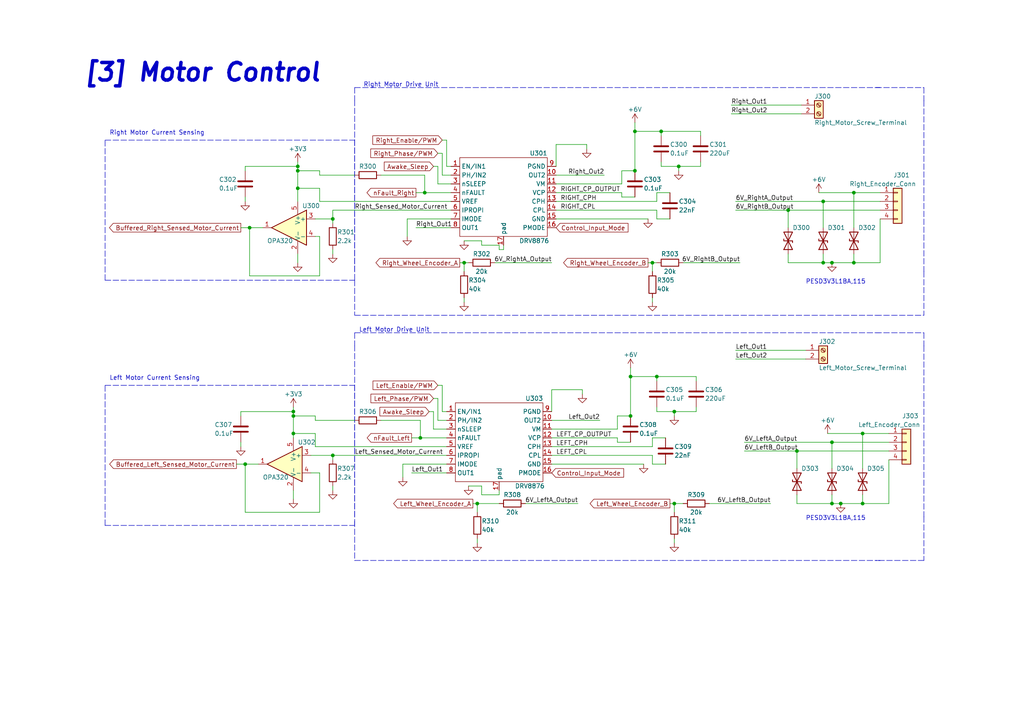
<source format=kicad_sch>
(kicad_sch (version 20211123) (generator eeschema)
  (paper "A4")
  (lib_symbols
    (symbol "Amplifier_Operational:OPA330xxDBV" (pin_names (offset 0.127))
      (property "Reference" "U" (at -1.27 6.35 0))
      (property "Value" "OPA330xxDBV" (at -1.27 3.81 0))
      (symbol "OPA330xxDBV_0_1"
        (polyline (pts (xy -5.08 5.08) (xy 5.08 0) (xy -5.08 -5.08) (xy -5.08 5.08)) (stroke (width 0.254)) (fill (type background)))
        (pin power_in line (at -2.54 -7.62 90) (length 3.81) (name "V-") (number "2"))
        (pin power_in line (at -2.54 7.62 270) (length 3.81) (name "V+") (number "5"))
      )
      (symbol "OPA330xxDBV_1_1"
        (pin output line (at 7.62 0 180) (length 2.54) (name "~") (number "1"))
        (pin input line (at -7.62 2.54 0) (length 2.54) (name "+") (number "3"))
        (pin input line (at -7.62 -2.54 0) (length 2.54) (name "-") (number "4"))
      )
    )
    (symbol "Connector:Screw_Terminal_01x02" (pin_names (offset 1.016) hide)
      (property "Reference" "J" (at 0 2.54 0))
      (property "Value" "Screw_Terminal_01x02" (at 0 -5.08 0))
      (symbol "Screw_Terminal_01x02_1_1"
        (rectangle (start -1.27 1.27) (end 1.27 -3.81) (stroke (width 0.254)) (fill (type background)))
        (circle (center 0 -2.54) (radius 0.635) (stroke (width 0.1524)))
        (polyline (pts (xy -0.5334 -2.2098) (xy 0.3302 -3.048)) (stroke (width 0.1524)))
        (polyline (pts (xy -0.5334 0.3302) (xy 0.3302 -0.508)) (stroke (width 0.1524)))
        (polyline (pts (xy -0.3556 -2.032) (xy 0.508 -2.8702)) (stroke (width 0.1524)))
        (polyline (pts (xy -0.3556 0.508) (xy 0.508 -0.3302)) (stroke (width 0.1524)))
        (circle (center 0 0) (radius 0.635) (stroke (width 0.1524)))
        (pin passive line (at -5.08 0 0) (length 3.81) (name "Pin_1") (number "1"))
        (pin passive line (at -5.08 -2.54 0) (length 3.81) (name "Pin_2") (number "2"))
      )
    )
    (symbol "Connector_Generic:Conn_01x04" (pin_names (offset 1.016) hide)
      (property "Reference" "J" (at 0 5.08 0))
      (property "Value" "Conn_01x04" (at 0 -7.62 0))
      (symbol "Conn_01x04_1_1"
        (rectangle (start -1.27 -4.953) (end 0 -5.207) (stroke (width 0.1524)))
        (rectangle (start -1.27 -2.413) (end 0 -2.667) (stroke (width 0.1524)))
        (rectangle (start -1.27 0.127) (end 0 -0.127) (stroke (width 0.1524)))
        (rectangle (start -1.27 2.667) (end 0 2.413) (stroke (width 0.1524)))
        (rectangle (start -1.27 3.81) (end 1.27 -6.35) (stroke (width 0.254)) (fill (type background)))
        (pin passive line (at -5.08 2.54 0) (length 3.81) (name "Pin_1") (number "1"))
        (pin passive line (at -5.08 0 0) (length 3.81) (name "Pin_2") (number "2"))
        (pin passive line (at -5.08 -2.54 0) (length 3.81) (name "Pin_3") (number "3"))
        (pin passive line (at -5.08 -5.08 0) (length 3.81) (name "Pin_4") (number "4"))
      )
    )
    (symbol "DRV8876_1"
      (property "Reference" "U301" (at 10.16 11.43 0))
      (property "Value" "DRV8876_1" (at 8.89 -13.97 0))
      (symbol "DRV8876_1_0_0"
        (pin input line (at -15.24 7.62 0) (length 2.54) (name "EN/IN1") (number "1"))
        (pin output line (at 15.24 5.08 180) (length 2.54) (name "OUT2") (number "10"))
        (pin power_in line (at 15.24 2.54 180) (length 2.54) (name "VM") (number "11"))
        (pin power_out line (at 15.24 0 180) (length 2.54) (name "VCP") (number "12"))
        (pin power_out line (at 15.24 -2.54 180) (length 2.54) (name "CPH") (number "13"))
        (pin power_out line (at 15.24 -5.08 180) (length 2.54) (name "CPL") (number "14"))
        (pin power_in line (at 15.24 -7.62 180) (length 2.54) (name "GND") (number "15"))
        (pin tri_state line (at 15.24 -10.16 180) (length 2.54) (name "PMODE") (number "16"))
        (pin power_in line (at 0 -15.24 90) (length 2.54) (name "pad") (number "17"))
        (pin input line (at -15.24 5.08 0) (length 2.54) (name "PH/IN2") (number "2"))
        (pin input line (at -15.24 2.54 0) (length 2.54) (name "nSLEEP") (number "3"))
        (pin open_collector line (at -15.24 0 0) (length 2.54) (name "nFAULT") (number "4"))
        (pin input line (at -15.24 -2.54 0) (length 2.54) (name "VREF") (number "5"))
        (pin output line (at -15.24 -5.08 0) (length 2.54) (name "IPROPI") (number "6"))
        (pin input line (at -15.24 -7.62 0) (length 2.54) (name "IMODE") (number "7"))
        (pin output line (at -15.24 -10.16 0) (length 2.54) (name "OUT1") (number "8"))
        (pin power_in line (at 15.24 7.62 180) (length 2.54) (name "PGND") (number "9"))
      )
      (symbol "DRV8876_1_0_1"
        (rectangle (start -12.7 10.16) (end 12.7 -12.7))
      )
    )
    (symbol "Device:C" (pin_numbers hide) (pin_names (offset 0.254))
      (property "Reference" "C" (at 0.635 2.54 0))
      (property "Value" "C" (at 0.635 -2.54 0))
      (symbol "C_0_1"
        (polyline (pts (xy -2.032 -0.762) (xy 2.032 -0.762)) (stroke (width 0.508)))
        (polyline (pts (xy -2.032 0.762) (xy 2.032 0.762)) (stroke (width 0.508)))
      )
      (symbol "C_1_1"
        (pin passive line (at 0 3.81 270) (length 2.794) (name "~") (number "1"))
        (pin passive line (at 0 -3.81 90) (length 2.794) (name "~") (number "2"))
      )
    )
    (symbol "Device:D_TVS" (pin_numbers hide) (pin_names (offset 1.016) hide)
      (property "Reference" "D" (at 0 2.54 0))
      (property "Value" "D_TVS" (at 0 -2.54 0))
      (symbol "D_TVS_0_1"
        (polyline (pts (xy 1.27 0) (xy -1.27 0)))
        (polyline (pts (xy 0.508 1.27) (xy 0 1.27) (xy 0 -1.27) (xy -0.508 -1.27)) (stroke (width 0.254)))
        (polyline (pts (xy -2.54 1.27) (xy -2.54 -1.27) (xy 2.54 1.27) (xy 2.54 -1.27) (xy -2.54 1.27)) (stroke (width 0.254)))
      )
      (symbol "D_TVS_1_1"
        (pin passive line (at -3.81 0 0) (length 2.54) (name "A1") (number "1"))
        (pin passive line (at 3.81 0 180) (length 2.54) (name "A2") (number "2"))
      )
    )
    (symbol "Device:R" (pin_numbers hide) (pin_names (offset 0))
      (property "Reference" "R" (at 2.032 0 90))
      (property "Value" "R" (at 0 0 90))
      (symbol "R_0_1"
        (rectangle (start -1.016 -2.54) (end 1.016 2.54) (stroke (width 0.254)))
      )
      (symbol "R_1_1"
        (pin passive line (at 0 3.81 270) (length 1.27) (name "~") (number "1"))
        (pin passive line (at 0 -3.81 90) (length 1.27) (name "~") (number "2"))
      )
    )
    (symbol "Ghanis_Symbols_KiCad6:DRV8876"
      (property "Reference" "U303" (at 10.16 11.43 0))
      (property "Value" "DRV8876" (at 8.89 -13.97 0))
      (symbol "DRV8876_0_0"
        (pin input line (at -15.24 7.62 0) (length 2.54) (name "EN/IN1") (number "1"))
        (pin output line (at 15.24 5.08 180) (length 2.54) (name "OUT2") (number "10"))
        (pin power_in line (at 15.24 2.54 180) (length 2.54) (name "VM") (number "11"))
        (pin power_out line (at 15.24 0 180) (length 2.54) (name "VCP") (number "12"))
        (pin power_out line (at 15.24 -2.54 180) (length 2.54) (name "CPH") (number "13"))
        (pin power_out line (at 15.24 -5.08 180) (length 2.54) (name "CPL") (number "14"))
        (pin power_in line (at 15.24 -7.62 180) (length 2.54) (name "GND") (number "15"))
        (pin tri_state line (at 15.24 -10.16 180) (length 2.54) (name "PMODE") (number "16"))
        (pin power_in line (at 0 -15.24 90) (length 2.54) (name "pad") (number "17"))
        (pin input line (at -15.24 5.08 0) (length 2.54) (name "PH/IN2") (number "2"))
        (pin input line (at -15.24 2.54 0) (length 2.54) (name "nSLEEP") (number "3"))
        (pin open_collector line (at -15.24 0 0) (length 2.54) (name "nFAULT") (number "4"))
        (pin input line (at -15.24 -2.54 0) (length 2.54) (name "VREF") (number "5"))
        (pin output line (at -15.24 -5.08 0) (length 2.54) (name "IPROPI") (number "6"))
        (pin input line (at -15.24 -7.62 0) (length 2.54) (name "IMODE") (number "7"))
        (pin output line (at -15.24 -10.16 0) (length 2.54) (name "OUT1") (number "8"))
        (pin power_in line (at 15.24 7.62 180) (length 2.54) (name "PGND") (number "9"))
      )
      (symbol "DRV8876_0_1"
        (rectangle (start -12.7 10.16) (end 12.7 -12.7))
      )
    )
    (symbol "power:+3.3V" (power) (pin_names (offset 0))
      (property "Value" "+3.3V" (at 0 3.556 0))
      (symbol "+3.3V_0_1"
        (polyline (pts (xy -0.762 1.27) (xy 0 2.54)))
        (polyline (pts (xy 0 0) (xy 0 2.54)))
        (polyline (pts (xy 0 2.54) (xy 0.762 1.27)))
      )
      (symbol "+3.3V_1_1"
        (pin power_in line (at 0 0 90) (length 0) hide (name "+3V3") (number "1"))
      )
    )
    (symbol "power:+6V" (power) (pin_names (offset 0))
      (property "Value" "+6V" (at 0 3.556 0))
      (symbol "+6V_0_1"
        (polyline (pts (xy -0.762 1.27) (xy 0 2.54)))
        (polyline (pts (xy 0 0) (xy 0 2.54)))
        (polyline (pts (xy 0 2.54) (xy 0.762 1.27)))
      )
      (symbol "+6V_1_1"
        (pin power_in line (at 0 0 90) (length 0) hide (name "+6V") (number "1"))
      )
    )
    (symbol "power:GND" (power) (pin_names (offset 0))
      (property "Value" "GND" (at 0 -3.81 0))
      (symbol "GND_0_1"
        (polyline (pts (xy 0 0) (xy 0 -1.27) (xy 1.27 -1.27) (xy 0 -2.54) (xy -1.27 -1.27) (xy 0 -1.27)))
      )
      (symbol "GND_1_1"
        (pin power_in line (at 0 0 270) (length 0) hide (name "GND") (number "1"))
      )
    )
  )
  (junction (at 228.6 60.96))
  (junction (at 241.3 128.27))
  (junction (at 243.84 146.05))
  (junction (at 71.12 134.62))
  (junction (at 123.19 55.88))
  (junction (at 241.3 76.2))
  (junction (at 85.09 119.38))
  (junction (at 189.23 76.2))
  (junction (at 182.88 120.65))
  (junction (at 96.52 132.08))
  (junction (at 85.09 120.65))
  (junction (at 134.62 76.2))
  (junction (at 250.19 125.73))
  (junction (at 238.76 76.2))
  (junction (at 196.85 48.26))
  (junction (at 190.5 109.22))
  (junction (at 86.36 49.53))
  (junction (at 121.92 127))
  (junction (at 231.14 130.81))
  (junction (at 241.3 146.05))
  (junction (at 195.58 119.38))
  (junction (at 250.19 146.05))
  (junction (at 247.65 55.88))
  (junction (at 195.58 146.05))
  (junction (at 96.52 63.5))
  (junction (at 138.43 146.05))
  (junction (at 184.15 49.53))
  (junction (at 86.36 48.26))
  (junction (at 184.15 38.1))
  (junction (at 182.88 109.22))
  (junction (at 85.09 125.73))
  (junction (at 238.76 58.42))
  (junction (at 191.77 38.1))
  (junction (at 72.39 66.04))
  (junction (at 86.36 54.61))
  (junction (at 247.65 76.2))
  (wire (pts (xy 170.18 41.91) (xy 170.18 43.18)))
  (wire (pts (xy 184.15 35.56) (xy 184.15 38.1)))
  (wire (pts (xy 71.12 134.62) (xy 74.93 134.62)))
  (wire (pts (xy 134.62 87.63) (xy 134.62 86.36)))
  (wire (pts (xy 129.54 48.26) (xy 130.81 48.26)))
  (wire (pts (xy 144.78 142.24) (xy 144.78 143.51)))
  (wire (pts (xy 130.81 58.42) (xy 92.71 58.42)))
  (wire (pts (xy 195.58 146.05) (xy 198.12 146.05)))
  (wire (pts (xy 191.77 46.99) (xy 191.77 48.26)))
  (wire (pts (xy 127 53.34) (xy 130.81 53.34)))
  (polyline (pts (xy 267.97 96.52) (xy 267.97 100.33)))
  (wire (pts (xy 160.02 129.54) (xy 189.23 129.54)))
  (wire (pts (xy 128.27 50.8) (xy 128.27 44.45)))
  (wire (pts (xy 92.71 68.58) (xy 92.71 80.01)))
  (wire (pts (xy 228.6 60.96) (xy 255.27 60.96)))
  (wire (pts (xy 123.19 55.88) (xy 130.81 55.88)))
  (wire (pts (xy 228.6 60.96) (xy 228.6 66.04)))
  (wire (pts (xy 127 44.45) (xy 128.27 44.45)))
  (wire (pts (xy 180.34 55.88) (xy 180.34 57.15)))
  (polyline (pts (xy 30.48 111.76) (xy 102.87 111.76)))
  (wire (pts (xy 86.36 54.61) (xy 86.36 58.42)))
  (wire (pts (xy 182.88 106.68) (xy 182.88 109.22)))
  (wire (pts (xy 119.38 137.16) (xy 129.54 137.16)))
  (wire (pts (xy 161.29 50.8) (xy 175.26 50.8)))
  (wire (pts (xy 238.76 58.42) (xy 255.27 58.42)))
  (wire (pts (xy 120.65 66.04) (xy 130.81 66.04)))
  (wire (pts (xy 85.09 119.38) (xy 85.09 120.65)))
  (wire (pts (xy 195.58 146.05) (xy 195.58 148.59)))
  (wire (pts (xy 190.5 109.22) (xy 182.88 109.22)))
  (wire (pts (xy 160.02 121.92) (xy 173.99 121.92)))
  (wire (pts (xy 91.44 129.54) (xy 91.44 125.73)))
  (wire (pts (xy 228.6 73.66) (xy 228.6 76.2)))
  (polyline (pts (xy 267.97 162.56) (xy 254 162.56)))
  (wire (pts (xy 69.85 129.54) (xy 69.85 128.27)))
  (polyline (pts (xy 102.87 162.56) (xy 255.27 162.56)))
  (wire (pts (xy 241.3 143.51) (xy 241.3 146.05)))
  (wire (pts (xy 144.78 72.39) (xy 146.05 72.39)))
  (wire (pts (xy 160.02 132.08) (xy 189.23 132.08)))
  (wire (pts (xy 189.23 134.62) (xy 193.04 134.62)))
  (wire (pts (xy 90.17 132.08) (xy 96.52 132.08)))
  (wire (pts (xy 195.58 119.38) (xy 195.58 120.65)))
  (wire (pts (xy 189.23 76.2) (xy 189.23 78.74)))
  (wire (pts (xy 179.07 120.65) (xy 179.07 124.46)))
  (wire (pts (xy 127 48.26) (xy 127 53.34)))
  (wire (pts (xy 190.5 63.5) (xy 194.31 63.5)))
  (wire (pts (xy 247.65 76.2) (xy 241.3 76.2)))
  (wire (pts (xy 196.85 48.26) (xy 196.85 49.53)))
  (wire (pts (xy 91.44 120.65) (xy 85.09 120.65)))
  (wire (pts (xy 92.71 148.59) (xy 71.12 148.59)))
  (wire (pts (xy 250.19 125.73) (xy 250.19 135.89)))
  (polyline (pts (xy 267.97 29.21) (xy 267.97 78.74)))
  (wire (pts (xy 129.54 119.38) (xy 128.27 119.38)))
  (polyline (pts (xy 254 91.44) (xy 267.97 91.44)))
  (wire (pts (xy 161.29 63.5) (xy 187.96 63.5)))
  (polyline (pts (xy 102.87 96.52) (xy 102.87 100.33)))
  (wire (pts (xy 121.92 127) (xy 129.54 127)))
  (wire (pts (xy 125.73 115.57) (xy 127 115.57)))
  (wire (pts (xy 127 121.92) (xy 129.54 121.92)))
  (wire (pts (xy 240.03 125.73) (xy 250.19 125.73)))
  (wire (pts (xy 231.14 146.05) (xy 241.3 146.05)))
  (wire (pts (xy 137.16 146.05) (xy 138.43 146.05)))
  (wire (pts (xy 255.27 63.5) (xy 255.27 76.2)))
  (wire (pts (xy 180.34 49.53) (xy 184.15 49.53)))
  (polyline (pts (xy 102.87 151.13) (xy 102.87 162.56)))
  (wire (pts (xy 96.52 72.39) (xy 96.52 73.66)))
  (wire (pts (xy 127 115.57) (xy 127 121.92)))
  (wire (pts (xy 238.76 73.66) (xy 238.76 76.2)))
  (wire (pts (xy 160.02 119.38) (xy 160.02 113.03)))
  (wire (pts (xy 190.5 58.42) (xy 190.5 55.88)))
  (wire (pts (xy 215.9 130.81) (xy 231.14 130.81)))
  (wire (pts (xy 161.29 53.34) (xy 180.34 53.34)))
  (wire (pts (xy 179.07 128.27) (xy 182.88 128.27)))
  (wire (pts (xy 135.89 140.97) (xy 139.7 140.97)))
  (wire (pts (xy 96.52 140.97) (xy 96.52 142.24)))
  (wire (pts (xy 91.44 129.54) (xy 129.54 129.54)))
  (wire (pts (xy 96.52 60.96) (xy 130.81 60.96)))
  (wire (pts (xy 161.29 60.96) (xy 190.5 60.96)))
  (polyline (pts (xy 254 25.4) (xy 267.97 25.4)))
  (polyline (pts (xy 102.87 40.64) (xy 102.87 81.28)))
  (wire (pts (xy 144.78 71.12) (xy 144.78 72.39)))
  (wire (pts (xy 102.87 50.8) (xy 92.71 50.8)))
  (polyline (pts (xy 254 96.52) (xy 267.97 96.52)))
  (wire (pts (xy 212.09 30.48) (xy 232.41 30.48)))
  (wire (pts (xy 238.76 76.2) (xy 241.3 76.2)))
  (wire (pts (xy 71.12 48.26) (xy 86.36 48.26)))
  (wire (pts (xy 110.49 50.8) (xy 123.19 50.8)))
  (wire (pts (xy 116.84 134.62) (xy 116.84 138.43)))
  (wire (pts (xy 168.91 113.03) (xy 168.91 114.3)))
  (wire (pts (xy 212.09 33.02) (xy 232.41 33.02)))
  (wire (pts (xy 241.3 128.27) (xy 257.81 128.27)))
  (wire (pts (xy 241.3 128.27) (xy 241.3 135.89)))
  (polyline (pts (xy 102.87 25.4) (xy 102.87 29.21)))
  (wire (pts (xy 69.85 119.38) (xy 85.09 119.38)))
  (wire (pts (xy 123.19 50.8) (xy 123.19 55.88)))
  (polyline (pts (xy 102.87 96.52) (xy 255.27 96.52)))
  (wire (pts (xy 68.58 134.62) (xy 71.12 134.62)))
  (wire (pts (xy 201.93 110.49) (xy 201.93 109.22)))
  (wire (pts (xy 190.5 109.22) (xy 201.93 109.22)))
  (wire (pts (xy 241.3 146.05) (xy 243.84 146.05)))
  (wire (pts (xy 161.29 58.42) (xy 190.5 58.42)))
  (wire (pts (xy 194.31 146.05) (xy 195.58 146.05)))
  (polyline (pts (xy 102.87 78.74) (xy 102.87 29.21)))
  (wire (pts (xy 91.44 121.92) (xy 102.87 121.92)))
  (wire (pts (xy 146.05 72.39) (xy 146.05 71.12)))
  (polyline (pts (xy 102.87 81.28) (xy 102.87 91.44)))
  (wire (pts (xy 96.52 133.35) (xy 96.52 132.08)))
  (wire (pts (xy 85.09 142.24) (xy 85.09 144.78)))
  (wire (pts (xy 189.23 127) (xy 193.04 127)))
  (wire (pts (xy 133.35 76.2) (xy 134.62 76.2)))
  (wire (pts (xy 160.02 113.03) (xy 168.91 113.03)))
  (wire (pts (xy 182.88 109.22) (xy 182.88 120.65)))
  (wire (pts (xy 92.71 80.01) (xy 72.39 80.01)))
  (wire (pts (xy 223.52 146.05) (xy 205.74 146.05)))
  (polyline (pts (xy 267.97 78.74) (xy 267.97 91.44)))
  (wire (pts (xy 250.19 143.51) (xy 250.19 146.05)))
  (wire (pts (xy 116.84 134.62) (xy 129.54 134.62)))
  (wire (pts (xy 92.71 54.61) (xy 92.71 58.42)))
  (wire (pts (xy 238.76 58.42) (xy 238.76 66.04)))
  (polyline (pts (xy 102.87 149.86) (xy 102.87 100.33)))
  (wire (pts (xy 191.77 38.1) (xy 203.2 38.1)))
  (wire (pts (xy 118.11 63.5) (xy 130.81 63.5)))
  (wire (pts (xy 91.44 63.5) (xy 96.52 63.5)))
  (wire (pts (xy 119.38 127) (xy 121.92 127)))
  (polyline (pts (xy 30.48 152.4) (xy 30.48 111.76)))
  (wire (pts (xy 86.36 48.26) (xy 86.36 49.53)))
  (polyline (pts (xy 30.48 40.64) (xy 102.87 40.64)))
  (wire (pts (xy 138.43 146.05) (xy 144.78 146.05)))
  (polyline (pts (xy 30.48 152.4) (xy 102.87 152.4)))
  (wire (pts (xy 196.85 48.26) (xy 203.2 48.26)))
  (wire (pts (xy 161.29 48.26) (xy 161.29 41.91)))
  (wire (pts (xy 144.78 143.51) (xy 139.7 143.51)))
  (wire (pts (xy 191.77 48.26) (xy 196.85 48.26)))
  (wire (pts (xy 139.7 143.51) (xy 139.7 140.97)))
  (wire (pts (xy 180.34 49.53) (xy 180.34 53.34)))
  (wire (pts (xy 125.73 124.46) (xy 125.73 119.38)))
  (wire (pts (xy 130.81 50.8) (xy 128.27 50.8)))
  (wire (pts (xy 72.39 80.01) (xy 72.39 66.04)))
  (polyline (pts (xy 30.48 81.28) (xy 30.48 40.64)))
  (wire (pts (xy 255.27 76.2) (xy 247.65 76.2)))
  (polyline (pts (xy 102.87 111.76) (xy 102.87 152.4)))
  (wire (pts (xy 190.5 60.96) (xy 190.5 63.5)))
  (wire (pts (xy 237.49 55.88) (xy 247.65 55.88)))
  (wire (pts (xy 195.58 157.48) (xy 195.58 156.21)))
  (wire (pts (xy 213.36 58.42) (xy 238.76 58.42)))
  (wire (pts (xy 129.54 40.64) (xy 129.54 48.26)))
  (wire (pts (xy 110.49 121.92) (xy 121.92 121.92)))
  (wire (pts (xy 160.02 124.46) (xy 179.07 124.46)))
  (wire (pts (xy 86.36 73.66) (xy 86.36 76.2)))
  (wire (pts (xy 203.2 46.99) (xy 203.2 48.26)))
  (wire (pts (xy 124.46 119.38) (xy 125.73 119.38)))
  (wire (pts (xy 69.85 66.04) (xy 72.39 66.04)))
  (wire (pts (xy 72.39 66.04) (xy 76.2 66.04)))
  (wire (pts (xy 214.63 76.2) (xy 198.12 76.2)))
  (wire (pts (xy 120.65 55.88) (xy 123.19 55.88)))
  (wire (pts (xy 213.36 104.14) (xy 233.68 104.14)))
  (wire (pts (xy 247.65 73.66) (xy 247.65 76.2)))
  (wire (pts (xy 231.14 130.81) (xy 231.14 135.89)))
  (wire (pts (xy 127 111.76) (xy 128.27 111.76)))
  (wire (pts (xy 85.09 125.73) (xy 91.44 125.73)))
  (wire (pts (xy 96.52 64.77) (xy 96.52 63.5)))
  (wire (pts (xy 179.07 120.65) (xy 182.88 120.65)))
  (wire (pts (xy 71.12 49.53) (xy 71.12 48.26)))
  (wire (pts (xy 189.23 132.08) (xy 189.23 134.62)))
  (wire (pts (xy 191.77 39.37) (xy 191.77 38.1)))
  (polyline (pts (xy 267.97 100.33) (xy 267.97 149.86)))
  (wire (pts (xy 85.09 125.73) (xy 85.09 127)))
  (wire (pts (xy 128.27 40.64) (xy 129.54 40.64)))
  (wire (pts (xy 86.36 54.61) (xy 92.71 54.61)))
  (wire (pts (xy 92.71 137.16) (xy 92.71 148.59)))
  (wire (pts (xy 179.07 127) (xy 179.07 128.27)))
  (polyline (pts (xy 102.87 25.4) (xy 255.27 25.4)))
  (wire (pts (xy 167.64 146.05) (xy 152.4 146.05)))
  (wire (pts (xy 203.2 39.37) (xy 203.2 38.1)))
  (wire (pts (xy 231.14 143.51) (xy 231.14 146.05)))
  (wire (pts (xy 190.5 55.88) (xy 194.31 55.88)))
  (wire (pts (xy 134.62 76.2) (xy 135.89 76.2)))
  (wire (pts (xy 189.23 87.63) (xy 189.23 86.36)))
  (polyline (pts (xy 30.48 81.28) (xy 102.87 81.28)))
  (wire (pts (xy 187.96 76.2) (xy 189.23 76.2)))
  (wire (pts (xy 190.5 110.49) (xy 190.5 109.22)))
  (wire (pts (xy 91.44 121.92) (xy 91.44 120.65)))
  (wire (pts (xy 215.9 128.27) (xy 241.3 128.27)))
  (wire (pts (xy 247.65 55.88) (xy 247.65 66.04)))
  (wire (pts (xy 257.81 146.05) (xy 250.19 146.05)))
  (wire (pts (xy 86.36 49.53) (xy 92.71 49.53)))
  (wire (pts (xy 96.52 132.08) (xy 129.54 132.08)))
  (wire (pts (xy 213.36 101.6) (xy 233.68 101.6)))
  (wire (pts (xy 118.11 63.5) (xy 118.11 68.58)))
  (wire (pts (xy 228.6 76.2) (xy 238.76 76.2)))
  (wire (pts (xy 69.85 120.65) (xy 69.85 119.38)))
  (wire (pts (xy 128.27 119.38) (xy 128.27 111.76)))
  (wire (pts (xy 85.09 120.65) (xy 85.09 125.73)))
  (wire (pts (xy 86.36 46.99) (xy 86.36 48.26)))
  (wire (pts (xy 190.5 118.11) (xy 190.5 119.38)))
  (wire (pts (xy 125.73 48.26) (xy 127 48.26)))
  (wire (pts (xy 86.36 49.53) (xy 86.36 54.61)))
  (wire (pts (xy 90.17 137.16) (xy 92.71 137.16)))
  (wire (pts (xy 190.5 119.38) (xy 195.58 119.38)))
  (wire (pts (xy 85.09 118.11) (xy 85.09 119.38)))
  (wire (pts (xy 247.65 55.88) (xy 255.27 55.88)))
  (wire (pts (xy 160.02 134.62) (xy 186.69 134.62)))
  (wire (pts (xy 257.81 133.35) (xy 257.81 146.05)))
  (wire (pts (xy 139.7 69.85) (xy 139.7 71.12)))
  (wire (pts (xy 138.43 146.05) (xy 138.43 148.59)))
  (wire (pts (xy 161.29 55.88) (xy 180.34 55.88)))
  (wire (pts (xy 161.29 41.91) (xy 170.18 41.91)))
  (wire (pts (xy 250.19 146.05) (xy 243.84 146.05)))
  (wire (pts (xy 231.14 130.81) (xy 257.81 130.81)))
  (wire (pts (xy 134.62 69.85) (xy 139.7 69.85)))
  (wire (pts (xy 189.23 129.54) (xy 189.23 127)))
  (wire (pts (xy 160.02 76.2) (xy 143.51 76.2)))
  (polyline (pts (xy 267.97 25.4) (xy 267.97 29.21)))
  (wire (pts (xy 71.12 148.59) (xy 71.12 134.62)))
  (wire (pts (xy 92.71 50.8) (xy 92.71 49.53)))
  (wire (pts (xy 71.12 58.42) (xy 71.12 57.15)))
  (polyline (pts (xy 267.97 149.86) (xy 267.97 162.56)))
  (wire (pts (xy 184.15 38.1) (xy 184.15 49.53)))
  (wire (pts (xy 96.52 60.96) (xy 96.52 63.5)))
  (wire (pts (xy 160.02 127) (xy 179.07 127)))
  (wire (pts (xy 129.54 124.46) (xy 125.73 124.46)))
  (wire (pts (xy 121.92 121.92) (xy 121.92 127)))
  (wire (pts (xy 195.58 119.38) (xy 201.93 119.38)))
  (polyline (pts (xy 102.87 91.44) (xy 255.27 91.44)))
  (wire (pts (xy 138.43 157.48) (xy 138.43 156.21)))
  (wire (pts (xy 180.34 57.15) (xy 184.15 57.15)))
  (wire (pts (xy 134.62 76.2) (xy 134.62 78.74)))
  (wire (pts (xy 189.23 76.2) (xy 190.5 76.2)))
  (wire (pts (xy 91.44 68.58) (xy 92.71 68.58)))
  (wire (pts (xy 201.93 118.11) (xy 201.93 119.38)))
  (wire (pts (xy 191.77 38.1) (xy 184.15 38.1)))
  (wire (pts (xy 250.19 125.73) (xy 257.81 125.73)))
  (wire (pts (xy 139.7 71.12) (xy 144.78 71.12)))
  (wire (pts (xy 213.36 60.96) (xy 228.6 60.96)))
  (text "PESD3V3L1BA,115" (at 233.68 82.55 0) (effects (font (size 1.27 1.27)) (justify left bottom)))
  (text "Left Motor Drive Unit" (at 104.14 96.52 0) (effects (font (size 1.27 1.27)) (justify left bottom)))
  (text "Right Motor Current Sensing" (at 31.75 39.37 0) (effects (font (size 1.27 1.27)) (justify left bottom)))
  (text "Right Motor Drive Unit" (at 105.41 25.4 0) (effects (font (size 1.27 1.27)) (justify left bottom)))
  (text "PESD3V3L1BA,115" (at 233.68 151.13 0) (effects (font (size 1.27 1.27)) (justify left bottom)))
  (text "[3] Motor Control" (at 24.13 24.13 0) (effects (font (size 5.08 5.08) (thickness 1.016) bold italic) (justify left bottom)))
  (text "Left Motor Current Sensing" (at 31.75 110.49 0) (effects (font (size 1.27 1.27)) (justify left bottom)))
  (label "Left_Out1" (at 213.36 101.6 0))
  (label "6V_LeftB_Output" (at 223.52 146.05 180))
  (label "Right_Out2" (at 212.09 33.02 0))
  (label "RIGHT_CPL" (at 162.56 60.96 0))
  (label "LEFT_CP_OUTPUT" (at 161.29 127 0))
  (label "Left_Out2" (at 213.36 104.14 0))
  (label "6V_RightA_Output" (at 213.36 58.42 0))
  (label "6V_LeftA_Output" (at 215.9 128.27 0))
  (label "LEFT_CPL" (at 161.29 132.08 0))
  (label "6V_LeftA_Output" (at 167.64 146.05 180))
  (label "RIGHT_CPH" (at 162.56 58.42 0))
  (label "Right_Sensed_Motor_Current" (at 102.87 60.96 0))
  (label "6V_RightB_Output" (at 214.63 76.2 180))
  (label "6V_RightA_Output" (at 160.02 76.2 180))
  (label "Left_Out1" (at 119.38 137.16 0))
  (label "Left_Out2" (at 173.99 121.92 180))
  (label "Right_Out2" (at 175.26 50.8 180))
  (label "LEFT_CPH" (at 161.29 129.54 0))
  (label "6V_LeftB_Output" (at 215.9 130.81 0))
  (label "Right_Out1" (at 120.65 66.04 0))
  (label "Right_Out1" (at 212.09 30.48 0))
  (label "6V_RightB_Output" (at 213.36 60.96 0))
  (label "Left_Sensed_Motor_Current" (at 102.87 132.08 0))
  (label "RIGHT_CP_OUTPUT" (at 162.56 55.88 0))
  (global_label "Buffered_Right_Sensed_Motor_Current" (shape output) (at 69.85 66.04 180) (property "Intersheet References" "${INTERSHEET_REFS}" (effects hide)))
  (global_label "Left_Wheel_Encoder_B" (shape output) (at 194.31 146.05 180) (property "Intersheet References" "${INTERSHEET_REFS}" (effects hide)))
  (global_label "Right_Enable{slash}PWM" (shape input) (at 128.27 40.64 180) (property "Intersheet References" "${INTERSHEET_REFS}" (effects hide)))
  (global_label "Right_Phase{slash}PWM" (shape input) (at 127 44.45 180) (property "Intersheet References" "${INTERSHEET_REFS}" (effects hide)))
  (global_label "nFault_Left" (shape output) (at 119.38 127 180) (property "Intersheet References" "${INTERSHEET_REFS}" (effects hide)))
  (global_label "Control_Input_Mode" (shape input) (at 160.02 137.16 0) (property "Intersheet References" "${INTERSHEET_REFS}" (effects hide)))
  (global_label "Control_Input_Mode" (shape input) (at 161.29 66.04 0) (property "Intersheet References" "${INTERSHEET_REFS}" (effects hide)))
  (global_label "Awake_Sleep" (shape input) (at 124.46 119.38 180) (property "Intersheet References" "${INTERSHEET_REFS}" (effects hide)))
  (global_label "Buffered_Left_Sensed_Motor_Current" (shape output) (at 68.58 134.62 180) (property "Intersheet References" "${INTERSHEET_REFS}" (effects hide)))
  (global_label "Right_Wheel_Encoder_A" (shape output) (at 133.35 76.2 180) (property "Intersheet References" "${INTERSHEET_REFS}" (effects hide)))
  (global_label "Left_Enable{slash}PWM" (shape input) (at 127 111.76 180) (property "Intersheet References" "${INTERSHEET_REFS}" (effects hide)))
  (global_label "Right_Wheel_Encoder_B" (shape output) (at 187.96 76.2 180) (property "Intersheet References" "${INTERSHEET_REFS}" (effects hide)))
  (global_label "Left_Wheel_Encoder_A" (shape output) (at 137.16 146.05 180) (property "Intersheet References" "${INTERSHEET_REFS}" (effects hide)))
  (global_label "Left_Phase{slash}PWM" (shape input) (at 125.73 115.57 180) (property "Intersheet References" "${INTERSHEET_REFS}" (effects hide)))
  (global_label "nFault_Right" (shape output) (at 120.65 55.88 180) (property "Intersheet References" "${INTERSHEET_REFS}" (effects hide)))
  (global_label "Awake_Sleep" (shape input) (at 125.73 48.26 180) (property "Intersheet References" "${INTERSHEET_REFS}" (effects hide)))
  (symbol (lib_id "power:GND") (at 71.12 58.42 0) (unit 1)
    (property "Reference" "#PWR0132" (effects hide))
    (property "Value" "GND" (effects hide))
  )
  (symbol (lib_id "Device:R") (at 96.52 137.16 0) (unit 1)
    (property "Reference" "R307" (at 97.79 135.89 0) (effects (justify left)))
    (property "Value" "2.2k" (at 97.79 138.43 0) (effects (justify left)))
    (property "Footprint" "Resistor_SMD:R_0603_1608Metric" (effects hide))
  )
  (symbol (lib_id "power:GND") (at 196.85 49.53 0) (mirror y) (unit 1)
    (property "Reference" "#PWR0155" (effects hide))
    (property "Value" "GND" (effects hide))
  )
  (symbol (lib_id "Device:R") (at 189.23 82.55 180) (unit 1)
    (property "Reference" "R305" (at 190.5 81.28 0) (effects (justify right)))
    (property "Value" "40k" (at 190.5 83.82 0) (effects (justify right)))
    (property "Footprint" "Resistor_SMD:R_0603_1608Metric" (effects hide))
  )
  (symbol (lib_id "power:GND") (at 138.43 157.48 0) (unit 1)
    (property "Reference" "#PWR0150" (effects hide))
    (property "Value" "GND" (effects hide))
  )
  (symbol (lib_id "Device:C") (at 201.93 114.3 0) (unit 1)
    (property "Reference" "C306" (at 204.47 113.03 0) (effects (justify left)))
    (property "Value" "220uF" (at 204.47 115.57 0) (effects (justify left)))
    (property "Footprint" "Capacitor_THT:CP_Radial_D5.0mm_P2.50mm" (effects hide))
  )
  (symbol (lib_id "Device:C") (at 71.12 53.34 0) (unit 1)
    (property "Reference" "C302" (at 63.5 52.07 0) (effects (justify left)))
    (property "Value" "0.1uF" (at 63.5 54.61 0) (effects (justify left)))
    (property "Footprint" "Capacitor_SMD:C_0603_1608Metric" (effects hide))
  )
  (symbol (lib_id "Amplifier_Operational:OPA330xxDBV") (at 83.82 66.04 0) (mirror y) (unit 1)
    (property "Reference" "U300" (at 87.63 59.69 0) (effects (justify right)))
    (property "Value" "OPA320" (at 77.47 69.85 0) (effects (justify right)))
    (property "Footprint" "Package_TO_SOT_SMD:SOT-23-5" (effects hide))
    (property "Datasheet" "http://www.ti.com/lit/ds/symlink/opa330.pdf" (effects hide))
  )
  (symbol (lib_name "DRV8876_1") (lib_id "Ghanis_Symbols_KiCad6:DRV8876") (at 146.05 55.88 0) (unit 1)
    (property "Reference" "U301" (at 156.21 44.45 0))
    (property "Value" "DRV8876" (at 154.94 69.85 0))
    (property "Footprint" "Package_SO:HTSSOP-16-1EP_4.4x5mm_P0.65mm_EP3.4x5mm_Mask2.46x2.31mm_ThermalVias" (effects hide))
  )
  (symbol (lib_id "Device:R") (at 134.62 82.55 180) (unit 1)
    (property "Reference" "R304" (at 135.89 81.28 0) (effects (justify right)))
    (property "Value" "40k" (at 135.89 83.82 0) (effects (justify right)))
    (property "Footprint" "Resistor_SMD:R_0603_1608Metric" (effects hide))
  )
  (symbol (lib_id "power:+6V") (at 237.49 55.88 0) (unit 1)
    (property "Reference" "#PWR0154" (effects hide))
    (property "Value" "+6V" (at 237.49 52.07 0))
  )
  (symbol (lib_id "Connector:Screw_Terminal_01x02") (at 238.76 101.6 0) (unit 1)
    (property "Reference" "J302" (at 237.49 99.06 0) (effects (justify left)))
    (property "Value" "Left_Motor_Screw_Terminal" (at 237.49 106.68 0) (effects (justify left)))
    (property "Footprint" "TerminalBlock:TerminalBlock_bornier-2_P5.08mm" (effects hide))
  )
  (symbol (lib_id "Device:D_TVS") (at 231.14 139.7 90) (unit 1)
    (property "Reference" "D303" (at 232.41 135.89 90) (effects (justify right)))
    (property "Value" "PESD3V3L1BA,115" (effects hide))
    (property "Footprint" "Diode_SMD:D_SOD-323" (effects hide))
  )
  (symbol (lib_id "Device:D_TVS") (at 250.19 139.7 90) (unit 1)
    (property "Reference" "D305" (at 251.46 135.89 90) (effects (justify right)))
    (property "Value" "PESD3V3L1BA,115" (effects hide))
    (property "Footprint" "Diode_SMD:D_SOD-323" (effects hide))
  )
  (symbol (lib_id "Device:C") (at 184.15 53.34 0) (unit 1)
    (property "Reference" "C303" (at 186.69 52.07 0) (effects (justify left)))
    (property "Value" "0.1uF" (at 186.69 54.61 0) (effects (justify left)))
    (property "Footprint" "Capacitor_SMD:C_0603_1608Metric" (effects hide))
  )
  (symbol (lib_id "Device:R") (at 201.93 146.05 90) (unit 1)
    (property "Reference" "R309" (at 201.93 143.51 90))
    (property "Value" "20k" (at 201.93 148.59 90))
    (property "Footprint" "Resistor_SMD:R_0603_1608Metric" (effects hide))
  )
  (symbol (lib_id "power:GND") (at 168.91 114.3 0) (unit 1)
    (property "Reference" "#PWR0140" (effects hide))
    (property "Value" "GND" (effects hide))
  )
  (symbol (lib_id "Device:R") (at 195.58 152.4 180) (unit 1)
    (property "Reference" "R311" (at 196.85 151.13 0) (effects (justify right)))
    (property "Value" "40k" (at 196.85 153.67 0) (effects (justify right)))
    (property "Footprint" "Resistor_SMD:R_0603_1608Metric" (effects hide))
  )
  (symbol (lib_id "power:GND") (at 86.36 76.2 0) (unit 1)
    (property "Reference" "#PWR0133" (effects hide))
    (property "Value" "GND" (effects hide))
  )
  (symbol (lib_id "power:GND") (at 69.85 129.54 0) (unit 1)
    (property "Reference" "#PWR0144" (effects hide))
    (property "Value" "GND" (effects hide))
  )
  (symbol (lib_id "Device:R") (at 194.31 76.2 90) (unit 1)
    (property "Reference" "R303" (at 194.31 73.66 90))
    (property "Value" "20k" (at 194.31 78.74 90))
    (property "Footprint" "Resistor_SMD:R_0603_1608Metric" (effects hide))
  )
  (symbol (lib_id "Device:R") (at 138.43 152.4 180) (unit 1)
    (property "Reference" "R310" (at 139.7 151.13 0) (effects (justify right)))
    (property "Value" "40k" (at 139.7 153.67 0) (effects (justify right)))
    (property "Footprint" "Resistor_SMD:R_0603_1608Metric" (effects hide))
  )
  (symbol (lib_id "Connector:Screw_Terminal_01x02") (at 237.49 30.48 0) (unit 1)
    (property "Reference" "J300" (at 236.22 27.94 0) (effects (justify left)))
    (property "Value" "Right_Motor_Screw_Terminal" (at 236.22 35.56 0) (effects (justify left)))
    (property "Footprint" "TerminalBlock:TerminalBlock_bornier-2_P5.08mm" (effects hide))
  )
  (symbol (lib_id "power:GND") (at 189.23 87.63 0) (unit 1)
    (property "Reference" "#PWR0156" (effects hide))
    (property "Value" "GND" (effects hide))
  )
  (symbol (lib_id "Device:C") (at 191.77 43.18 0) (unit 1)
    (property "Reference" "C300" (at 194.31 41.91 0) (effects (justify left)))
    (property "Value" "0.1uF" (at 194.31 44.45 0) (effects (justify left)))
    (property "Footprint" "Capacitor_SMD:C_0603_1608Metric" (effects hide))
  )
  (symbol (lib_id "Connector_Generic:Conn_01x04") (at 262.89 128.27 0) (unit 1)
    (property "Reference" "J303" (at 261.62 120.65 0) (effects (justify left)))
    (property "Value" "Left_Encoder_Conn" (at 248.92 123.19 0) (effects (justify left)))
    (property "Footprint" "Connector_PinHeader_2.54mm:PinHeader_1x04_P2.54mm_Vertical" (effects hide))
  )
  (symbol (lib_id "Device:R") (at 96.52 68.58 0) (unit 1)
    (property "Reference" "R301" (at 97.79 67.31 0) (effects (justify left)))
    (property "Value" "2.2k" (at 97.79 69.85 0) (effects (justify left)))
    (property "Footprint" "Resistor_SMD:R_0603_1608Metric" (effects hide))
  )
  (symbol (lib_id "power:GND") (at 241.3 76.2 0) (mirror y) (unit 1)
    (property "Reference" "#PWR0153" (effects hide))
    (property "Value" "GND" (effects hide))
  )
  (symbol (lib_id "power:GND") (at 195.58 157.48 0) (unit 1)
    (property "Reference" "#PWR0151" (effects hide))
    (property "Value" "GND" (effects hide))
  )
  (symbol (lib_id "power:GND") (at 96.52 73.66 0) (mirror y) (unit 1)
    (property "Reference" "#PWR0142" (effects hide))
    (property "Value" "GND" (effects hide))
  )
  (symbol (lib_id "power:+6V") (at 182.88 106.68 0) (unit 1)
    (property "Reference" "#PWR0136" (effects hide))
    (property "Value" "+6V" (at 182.88 102.87 0))
  )
  (symbol (lib_id "Device:D_TVS") (at 241.3 139.7 90) (unit 1)
    (property "Reference" "D304" (at 242.57 135.89 90) (effects (justify right)))
    (property "Value" "PESD3V3L1BA,115" (effects hide))
    (property "Footprint" "Diode_SMD:D_SOD-323" (effects hide))
  )
  (symbol (lib_id "Connector_Generic:Conn_01x04") (at 260.35 58.42 0) (unit 1)
    (property "Reference" "J301" (at 259.08 50.8 0) (effects (justify left)))
    (property "Value" "Right_Encoder_Conn" (at 246.38 53.34 0) (effects (justify left)))
    (property "Footprint" "Connector_PinHeader_2.54mm:PinHeader_1x04_P2.54mm_Vertical" (effects hide))
  )
  (symbol (lib_id "Device:R") (at 139.7 76.2 90) (unit 1)
    (property "Reference" "R302" (at 139.7 73.66 90))
    (property "Value" "20k" (at 139.7 78.74 90))
    (property "Footprint" "Resistor_SMD:R_0603_1608Metric" (effects hide))
  )
  (symbol (lib_id "power:GND") (at 135.89 140.97 0) (mirror y) (unit 1)
    (property "Reference" "#PWR0102" (effects hide))
    (property "Value" "GND" (effects hide))
  )
  (symbol (lib_id "power:+3.3V") (at 86.36 46.99 0) (unit 1)
    (property "Reference" "#PWR0131" (effects hide))
    (property "Value" "+3.3V" (at 86.36 43.18 0))
  )
  (symbol (lib_id "Device:C") (at 203.2 43.18 0) (unit 1)
    (property "Reference" "C301" (at 205.74 41.91 0) (effects (justify left)))
    (property "Value" "220uF" (at 205.74 44.45 0) (effects (justify left)))
    (property "Footprint" "Capacitor_THT:CP_Radial_D5.0mm_P2.50mm" (effects hide))
  )
  (symbol (lib_id "Device:R") (at 106.68 50.8 90) (unit 1)
    (property "Reference" "R300" (at 106.68 48.26 90))
  )
  (symbol (lib_id "power:GND") (at 85.09 144.78 0) (unit 1)
    (property "Reference" "#PWR0147" (effects hide))
    (property "Value" "GND" (effects hide))
  )
  (symbol (lib_id "Device:D_TVS") (at 228.6 69.85 90) (unit 1)
    (property "Reference" "D300" (at 229.87 66.04 90) (effects (justify right)))
    (property "Value" "PESD3V3L1BA,115" (effects hide))
    (property "Footprint" "Diode_SMD:D_SOD-323" (effects hide))
  )
  (symbol (lib_id "power:+6V") (at 184.15 35.56 0) (unit 1)
    (property "Reference" "#PWR0138" (effects hide))
    (property "Value" "+6V" (at 184.15 31.75 0))
  )
  (symbol (lib_id "Device:C") (at 194.31 59.69 0) (unit 1)
    (property "Reference" "C304" (at 196.85 58.42 0) (effects (justify left)))
    (property "Value" "22nF" (at 196.85 60.96 0) (effects (justify left)))
    (property "Footprint" "Capacitor_SMD:C_0603_1608Metric" (effects hide))
  )
  (symbol (lib_id "power:GND") (at 195.58 120.65 0) (mirror y) (unit 1)
    (property "Reference" "#PWR0152" (effects hide))
    (property "Value" "GND" (effects hide))
  )
  (symbol (lib_id "power:GND") (at 134.62 87.63 0) (unit 1)
    (property "Reference" "#PWR0135" (effects hide))
    (property "Value" "GND" (effects hide))
  )
  (symbol (lib_id "power:+6V") (at 240.03 125.73 0) (unit 1)
    (property "Reference" "#PWR0148" (effects hide))
    (property "Value" "+6V" (at 240.03 121.92 0))
  )
  (symbol (lib_id "power:GND") (at 134.62 69.85 0) (mirror y) (unit 1)
    (property "Reference" "#PWR0101" (effects hide))
    (property "Value" "GND" (effects hide))
  )
  (symbol (lib_id "power:GND") (at 96.52 142.24 0) (mirror y) (unit 1)
    (property "Reference" "#PWR0145" (effects hide))
    (property "Value" "GND" (effects hide))
  )
  (symbol (lib_id "Device:C") (at 193.04 130.81 0) (unit 1)
    (property "Reference" "C309" (at 195.58 129.54 0) (effects (justify left)))
    (property "Value" "22nF" (at 195.58 132.08 0) (effects (justify left)))
    (property "Footprint" "Capacitor_SMD:C_0603_1608Metric" (effects hide))
  )
  (symbol (lib_id "Amplifier_Operational:OPA330xxDBV") (at 82.55 134.62 0) (mirror y) (unit 1)
    (property "Reference" "U302" (at 86.36 128.27 0) (effects (justify right)))
    (property "Value" "OPA320" (at 76.2 138.43 0) (effects (justify right)))
    (property "Footprint" "Package_TO_SOT_SMD:SOT-23-5" (effects hide))
    (property "Datasheet" "http://www.ti.com/lit/ds/symlink/opa330.pdf" (effects hide))
  )
  (symbol (lib_id "power:GND") (at 170.18 43.18 0) (unit 1)
    (property "Reference" "#PWR0137" (effects hide))
    (property "Value" "GND" (effects hide))
  )
  (symbol (lib_id "Device:C") (at 69.85 124.46 0) (unit 1)
    (property "Reference" "C307" (at 62.23 123.19 0) (effects (justify left)))
    (property "Value" "0.1uF" (at 62.23 125.73 0) (effects (justify left)))
    (property "Footprint" "Capacitor_SMD:C_0603_1608Metric" (effects hide))
  )
  (symbol (lib_id "Ghanis_Symbols_KiCad6:DRV8876") (at 144.78 127 0) (unit 1)
    (property "Reference" "U303" (at 154.94 115.57 0))
    (property "Value" "DRV8876" (at 153.67 140.97 0))
    (property "Footprint" "Package_SO:HTSSOP-16-1EP_4.4x5mm_P0.65mm_EP3.4x5mm_Mask2.46x2.31mm_ThermalVias" (effects hide))
  )
  (symbol (lib_id "power:GND") (at 118.11 68.58 0) (mirror y) (unit 1)
    (property "Reference" "#PWR0143" (effects hide))
    (property "Value" "GND" (effects hide))
  )
  (symbol (lib_id "power:GND") (at 187.96 63.5 0) (unit 1)
    (property "Reference" "#PWR0134" (effects hide))
    (property "Value" "GND" (effects hide))
  )
  (symbol (lib_id "Device:R") (at 148.59 146.05 90) (unit 1)
    (property "Reference" "R308" (at 148.59 143.51 90))
    (property "Value" "20k" (at 148.59 148.59 90))
    (property "Footprint" "Resistor_SMD:R_0603_1608Metric" (effects hide))
  )
  (symbol (lib_id "power:GND") (at 186.69 134.62 0) (unit 1)
    (property "Reference" "#PWR0141" (effects hide))
    (property "Value" "GND" (effects hide))
  )
  (symbol (lib_id "power:GND") (at 243.84 146.05 0) (mirror y) (unit 1)
    (property "Reference" "#PWR0149" (effects hide))
    (property "Value" "GND" (effects hide))
  )
  (symbol (lib_id "Device:C") (at 182.88 124.46 0) (unit 1)
    (property "Reference" "C308" (at 185.42 123.19 0) (effects (justify left)))
    (property "Value" "0.1uF" (at 185.42 125.73 0) (effects (justify left)))
    (property "Footprint" "Capacitor_SMD:C_0603_1608Metric" (effects hide))
  )
  (symbol (lib_id "Device:C") (at 190.5 114.3 0) (unit 1)
    (property "Reference" "C305" (at 193.04 113.03 0) (effects (justify left)))
    (property "Value" "0.1uF" (at 193.04 115.57 0) (effects (justify left)))
    (property "Footprint" "Capacitor_SMD:C_0603_1608Metric" (effects hide))
  )
  (symbol (lib_id "power:+3.3V") (at 85.09 118.11 0) (unit 1)
    (property "Reference" "#PWR0146" (effects hide))
    (property "Value" "+3.3V" (at 85.09 114.3 0))
  )
  (symbol (lib_id "Device:D_TVS") (at 238.76 69.85 90) (unit 1)
    (property "Reference" "D301" (at 240.03 66.04 90) (effects (justify right)))
    (property "Value" "PESD3V3L1BA,115" (effects hide))
    (property "Footprint" "Diode_SMD:D_SOD-323" (effects hide))
  )
  (symbol (lib_id "power:GND") (at 116.84 138.43 0) (mirror y) (unit 1)
    (property "Reference" "#PWR0139" (effects hide))
    (property "Value" "GND" (effects hide))
  )
  (symbol (lib_id "Device:D_TVS") (at 247.65 69.85 90) (unit 1)
    (property "Reference" "D302" (at 248.92 66.04 90) (effects (justify right)))
    (property "Value" "PESD3V3L1BA,115" (effects hide))
    (property "Footprint" "Diode_SMD:D_SOD-323" (effects hide))
  )
  (symbol (lib_id "Device:R") (at 106.68 121.92 90) (unit 1)
    (property "Reference" "R306" (at 106.68 119.38 90))
  )
)
</source>
